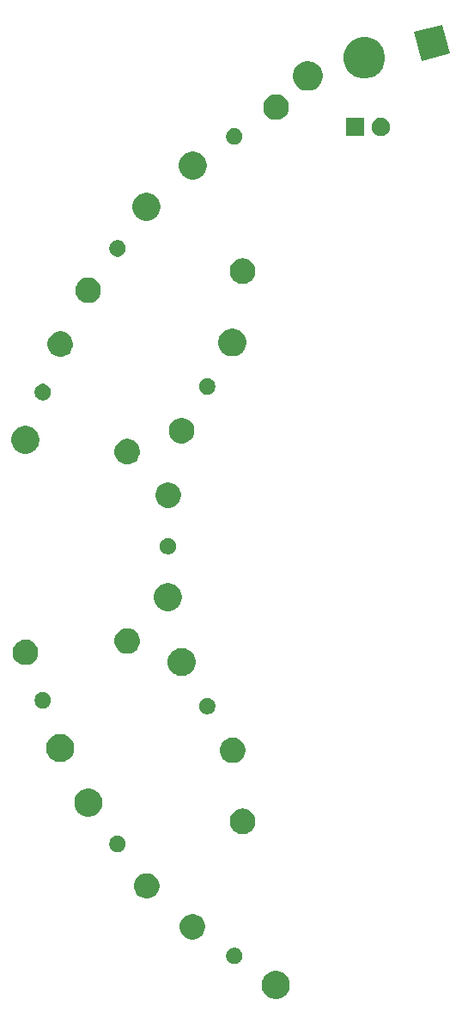
<source format=gbr>
G04 #@! TF.GenerationSoftware,KiCad,Pcbnew,(5.1.5)-3*
G04 #@! TF.CreationDate,2020-06-25T14:03:02-07:00*
G04 #@! TF.ProjectId,LCP_Battery,4c43505f-4261-4747-9465-72792e6b6963,rev?*
G04 #@! TF.SameCoordinates,Original*
G04 #@! TF.FileFunction,Soldermask,Bot*
G04 #@! TF.FilePolarity,Negative*
%FSLAX46Y46*%
G04 Gerber Fmt 4.6, Leading zero omitted, Abs format (unit mm)*
G04 Created by KiCad (PCBNEW (5.1.5)-3) date 2020-06-25 14:03:02*
%MOMM*%
%LPD*%
G04 APERTURE LIST*
%ADD10C,0.100000*%
G04 APERTURE END LIST*
D10*
G36*
X112152279Y-131095503D02*
G01*
X112403149Y-131199417D01*
X112403151Y-131199418D01*
X112628929Y-131350278D01*
X112820937Y-131542286D01*
X112971797Y-131768064D01*
X112971798Y-131768066D01*
X113075712Y-132018936D01*
X113128686Y-132285257D01*
X113128686Y-132556801D01*
X113075712Y-132823122D01*
X112971798Y-133073992D01*
X112971797Y-133073994D01*
X112820937Y-133299772D01*
X112628929Y-133491780D01*
X112403151Y-133642640D01*
X112403150Y-133642641D01*
X112403149Y-133642641D01*
X112152279Y-133746555D01*
X111885958Y-133799529D01*
X111614414Y-133799529D01*
X111348093Y-133746555D01*
X111097223Y-133642641D01*
X111097222Y-133642641D01*
X111097221Y-133642640D01*
X110871443Y-133491780D01*
X110679435Y-133299772D01*
X110528575Y-133073994D01*
X110528574Y-133073992D01*
X110424660Y-132823122D01*
X110371686Y-132556801D01*
X110371686Y-132285257D01*
X110424660Y-132018936D01*
X110528574Y-131768066D01*
X110528575Y-131768064D01*
X110679435Y-131542286D01*
X110871443Y-131350278D01*
X111097221Y-131199418D01*
X111097223Y-131199417D01*
X111348093Y-131095503D01*
X111614414Y-131042529D01*
X111885958Y-131042529D01*
X112152279Y-131095503D01*
G37*
G36*
X107891568Y-128771389D02*
G01*
X108039527Y-128832676D01*
X108172681Y-128921646D01*
X108285927Y-129034892D01*
X108374897Y-129168046D01*
X108436184Y-129316005D01*
X108467426Y-129473072D01*
X108467426Y-129633222D01*
X108436184Y-129790289D01*
X108374897Y-129938248D01*
X108285927Y-130071402D01*
X108172681Y-130184648D01*
X108039527Y-130273618D01*
X107891568Y-130334905D01*
X107734501Y-130366147D01*
X107574351Y-130366147D01*
X107417284Y-130334905D01*
X107269325Y-130273618D01*
X107136171Y-130184648D01*
X107022925Y-130071402D01*
X106933955Y-129938248D01*
X106872668Y-129790289D01*
X106841426Y-129633222D01*
X106841426Y-129473072D01*
X106872668Y-129316005D01*
X106933955Y-129168046D01*
X107022925Y-129034892D01*
X107136171Y-128921646D01*
X107269325Y-128832676D01*
X107417284Y-128771389D01*
X107574351Y-128740147D01*
X107734501Y-128740147D01*
X107891568Y-128771389D01*
G37*
G36*
X103898994Y-125465133D02*
G01*
X104126662Y-125559436D01*
X104331557Y-125696343D01*
X104505806Y-125870592D01*
X104642713Y-126075487D01*
X104737016Y-126303155D01*
X104785091Y-126544845D01*
X104785091Y-126791271D01*
X104737016Y-127032961D01*
X104642713Y-127260629D01*
X104505806Y-127465524D01*
X104331557Y-127639773D01*
X104126662Y-127776680D01*
X104126661Y-127776681D01*
X104126660Y-127776681D01*
X103898994Y-127870983D01*
X103657305Y-127919058D01*
X103410877Y-127919058D01*
X103169188Y-127870983D01*
X102941522Y-127776681D01*
X102941521Y-127776681D01*
X102941520Y-127776680D01*
X102736625Y-127639773D01*
X102562376Y-127465524D01*
X102425469Y-127260629D01*
X102331166Y-127032961D01*
X102283091Y-126791271D01*
X102283091Y-126544845D01*
X102331166Y-126303155D01*
X102425469Y-126075487D01*
X102562376Y-125870592D01*
X102736625Y-125696343D01*
X102941520Y-125559436D01*
X103169188Y-125465133D01*
X103410877Y-125417058D01*
X103657305Y-125417058D01*
X103898994Y-125465133D01*
G37*
G36*
X99388992Y-121441430D02*
G01*
X99616660Y-121535733D01*
X99821555Y-121672640D01*
X99995804Y-121846889D01*
X100132711Y-122051784D01*
X100227014Y-122279452D01*
X100275089Y-122521142D01*
X100275089Y-122767568D01*
X100227014Y-123009258D01*
X100132711Y-123236926D01*
X99995804Y-123441821D01*
X99821555Y-123616070D01*
X99616660Y-123752977D01*
X99616659Y-123752978D01*
X99616658Y-123752978D01*
X99388992Y-123847280D01*
X99147303Y-123895355D01*
X98900875Y-123895355D01*
X98659186Y-123847280D01*
X98431520Y-123752978D01*
X98431519Y-123752978D01*
X98431518Y-123752977D01*
X98226623Y-123616070D01*
X98052374Y-123441821D01*
X97915467Y-123236926D01*
X97821164Y-123009258D01*
X97773089Y-122767568D01*
X97773089Y-122521142D01*
X97821164Y-122279452D01*
X97915467Y-122051784D01*
X98052374Y-121846889D01*
X98226623Y-121672640D01*
X98431518Y-121535733D01*
X98659186Y-121441430D01*
X98900875Y-121393355D01*
X99147303Y-121393355D01*
X99388992Y-121441430D01*
G37*
G36*
X96376142Y-117742262D02*
G01*
X96524101Y-117803549D01*
X96657255Y-117892519D01*
X96770501Y-118005765D01*
X96859471Y-118138919D01*
X96920758Y-118286878D01*
X96952000Y-118443945D01*
X96952000Y-118604095D01*
X96920758Y-118761162D01*
X96859471Y-118909121D01*
X96770501Y-119042275D01*
X96657255Y-119155521D01*
X96524101Y-119244491D01*
X96376142Y-119305778D01*
X96219075Y-119337020D01*
X96058925Y-119337020D01*
X95901858Y-119305778D01*
X95753899Y-119244491D01*
X95620745Y-119155521D01*
X95507499Y-119042275D01*
X95418529Y-118909121D01*
X95357242Y-118761162D01*
X95326000Y-118604095D01*
X95326000Y-118443945D01*
X95357242Y-118286878D01*
X95418529Y-118138919D01*
X95507499Y-118005765D01*
X95620745Y-117892519D01*
X95753899Y-117803549D01*
X95901858Y-117742262D01*
X96058925Y-117711020D01*
X96219075Y-117711020D01*
X96376142Y-117742262D01*
G37*
G36*
X108721279Y-115058466D02*
G01*
X108842752Y-115082628D01*
X109071603Y-115177421D01*
X109277563Y-115315039D01*
X109452717Y-115490193D01*
X109590335Y-115696153D01*
X109685128Y-115925004D01*
X109733453Y-116167950D01*
X109733453Y-116415656D01*
X109685128Y-116658602D01*
X109590335Y-116887453D01*
X109452717Y-117093413D01*
X109277563Y-117268567D01*
X109071603Y-117406185D01*
X108842752Y-117500978D01*
X108721279Y-117525140D01*
X108599807Y-117549303D01*
X108352099Y-117549303D01*
X108230627Y-117525140D01*
X108109154Y-117500978D01*
X107880303Y-117406185D01*
X107674343Y-117268567D01*
X107499189Y-117093413D01*
X107361571Y-116887453D01*
X107266778Y-116658602D01*
X107218453Y-116415656D01*
X107218453Y-116167950D01*
X107266778Y-115925004D01*
X107361571Y-115696153D01*
X107499189Y-115490193D01*
X107674343Y-115315039D01*
X107880303Y-115177421D01*
X108109154Y-115082628D01*
X108230627Y-115058466D01*
X108352099Y-115034303D01*
X108599807Y-115034303D01*
X108721279Y-115058466D01*
G37*
G36*
X93673211Y-113102734D02*
G01*
X93924081Y-113206648D01*
X93924083Y-113206649D01*
X94149861Y-113357509D01*
X94341869Y-113549517D01*
X94492729Y-113775295D01*
X94492730Y-113775297D01*
X94596644Y-114026167D01*
X94649618Y-114292488D01*
X94649618Y-114564032D01*
X94596644Y-114830353D01*
X94512165Y-115034303D01*
X94492729Y-115081225D01*
X94341869Y-115307003D01*
X94149861Y-115499011D01*
X93924083Y-115649871D01*
X93924082Y-115649872D01*
X93924081Y-115649872D01*
X93673211Y-115753786D01*
X93406890Y-115806760D01*
X93135346Y-115806760D01*
X92869025Y-115753786D01*
X92618155Y-115649872D01*
X92618154Y-115649872D01*
X92618153Y-115649871D01*
X92392375Y-115499011D01*
X92200367Y-115307003D01*
X92049507Y-115081225D01*
X92030071Y-115034303D01*
X91945592Y-114830353D01*
X91892618Y-114564032D01*
X91892618Y-114292488D01*
X91945592Y-114026167D01*
X92049506Y-113775297D01*
X92049507Y-113775295D01*
X92200367Y-113549517D01*
X92392375Y-113357509D01*
X92618153Y-113206649D01*
X92618155Y-113206648D01*
X92869025Y-113102734D01*
X93135346Y-113049760D01*
X93406890Y-113049760D01*
X93673211Y-113102734D01*
G37*
G36*
X107860540Y-108095523D02*
G01*
X108088208Y-108189826D01*
X108293103Y-108326733D01*
X108467352Y-108500982D01*
X108604259Y-108705877D01*
X108698562Y-108933545D01*
X108746637Y-109175235D01*
X108746637Y-109421661D01*
X108698562Y-109663351D01*
X108604259Y-109891019D01*
X108467352Y-110095914D01*
X108293103Y-110270163D01*
X108088208Y-110407070D01*
X108088207Y-110407071D01*
X108088206Y-110407071D01*
X107860540Y-110501373D01*
X107618851Y-110549448D01*
X107372423Y-110549448D01*
X107130734Y-110501373D01*
X106903068Y-110407071D01*
X106903067Y-110407071D01*
X106903066Y-110407070D01*
X106698171Y-110270163D01*
X106523922Y-110095914D01*
X106387015Y-109891019D01*
X106292712Y-109663351D01*
X106244637Y-109421661D01*
X106244637Y-109175235D01*
X106292712Y-108933545D01*
X106387015Y-108705877D01*
X106523922Y-108500982D01*
X106698171Y-108326733D01*
X106903066Y-108189826D01*
X107130734Y-108095523D01*
X107372423Y-108047448D01*
X107618851Y-108047448D01*
X107860540Y-108095523D01*
G37*
G36*
X90896653Y-107749258D02*
G01*
X91147523Y-107853172D01*
X91147525Y-107853173D01*
X91373303Y-108004033D01*
X91565311Y-108196041D01*
X91716171Y-108421819D01*
X91716172Y-108421821D01*
X91820086Y-108672691D01*
X91873060Y-108939012D01*
X91873060Y-109210556D01*
X91820086Y-109476877D01*
X91716172Y-109727747D01*
X91716171Y-109727749D01*
X91565311Y-109953527D01*
X91373303Y-110145535D01*
X91147525Y-110296395D01*
X91147524Y-110296396D01*
X91147523Y-110296396D01*
X90896653Y-110400310D01*
X90630332Y-110453284D01*
X90358788Y-110453284D01*
X90092467Y-110400310D01*
X89841597Y-110296396D01*
X89841596Y-110296396D01*
X89841595Y-110296395D01*
X89615817Y-110145535D01*
X89423809Y-109953527D01*
X89272949Y-109727749D01*
X89272948Y-109727747D01*
X89169034Y-109476877D01*
X89116060Y-109210556D01*
X89116060Y-108939012D01*
X89169034Y-108672691D01*
X89272948Y-108421821D01*
X89272949Y-108421819D01*
X89423809Y-108196041D01*
X89615817Y-108004033D01*
X89841595Y-107853173D01*
X89841597Y-107853172D01*
X90092467Y-107749258D01*
X90358788Y-107696284D01*
X90630332Y-107696284D01*
X90896653Y-107749258D01*
G37*
G36*
X105217779Y-104160582D02*
G01*
X105365738Y-104221869D01*
X105498892Y-104310839D01*
X105612138Y-104424085D01*
X105701108Y-104557239D01*
X105762395Y-104705198D01*
X105793637Y-104862265D01*
X105793637Y-105022415D01*
X105762395Y-105179482D01*
X105701108Y-105327441D01*
X105612138Y-105460595D01*
X105498892Y-105573841D01*
X105365738Y-105662811D01*
X105217779Y-105724098D01*
X105060712Y-105755340D01*
X104900562Y-105755340D01*
X104743495Y-105724098D01*
X104595536Y-105662811D01*
X104462382Y-105573841D01*
X104349136Y-105460595D01*
X104260166Y-105327441D01*
X104198879Y-105179482D01*
X104167637Y-105022415D01*
X104167637Y-104862265D01*
X104198879Y-104705198D01*
X104260166Y-104557239D01*
X104349136Y-104424085D01*
X104462382Y-104310839D01*
X104595536Y-104221869D01*
X104743495Y-104160582D01*
X104900562Y-104129340D01*
X105060712Y-104129340D01*
X105217779Y-104160582D01*
G37*
G36*
X89021601Y-103594563D02*
G01*
X89169560Y-103655850D01*
X89302714Y-103744820D01*
X89415960Y-103858066D01*
X89504930Y-103991220D01*
X89566217Y-104139179D01*
X89597459Y-104296246D01*
X89597459Y-104456396D01*
X89566217Y-104613463D01*
X89504930Y-104761422D01*
X89415960Y-104894576D01*
X89302714Y-105007822D01*
X89169560Y-105096792D01*
X89021601Y-105158079D01*
X88864534Y-105189321D01*
X88704384Y-105189321D01*
X88547317Y-105158079D01*
X88399358Y-105096792D01*
X88266204Y-105007822D01*
X88152958Y-104894576D01*
X88063988Y-104761422D01*
X88002701Y-104613463D01*
X87971459Y-104456396D01*
X87971459Y-104296246D01*
X88002701Y-104139179D01*
X88063988Y-103991220D01*
X88152958Y-103858066D01*
X88266204Y-103744820D01*
X88399358Y-103655850D01*
X88547317Y-103594563D01*
X88704384Y-103563321D01*
X88864534Y-103563321D01*
X89021601Y-103594563D01*
G37*
G36*
X102882730Y-99286687D02*
G01*
X103133600Y-99390601D01*
X103133602Y-99390602D01*
X103359380Y-99541462D01*
X103551388Y-99733470D01*
X103585877Y-99785087D01*
X103702249Y-99959250D01*
X103806163Y-100210120D01*
X103859137Y-100476441D01*
X103859137Y-100747985D01*
X103806163Y-101014306D01*
X103702249Y-101265176D01*
X103702248Y-101265178D01*
X103551388Y-101490956D01*
X103359380Y-101682964D01*
X103133602Y-101833824D01*
X103133601Y-101833825D01*
X103133600Y-101833825D01*
X102882730Y-101937739D01*
X102616409Y-101990713D01*
X102344865Y-101990713D01*
X102078544Y-101937739D01*
X101827674Y-101833825D01*
X101827673Y-101833825D01*
X101827672Y-101833824D01*
X101601894Y-101682964D01*
X101409886Y-101490956D01*
X101259026Y-101265178D01*
X101259025Y-101265176D01*
X101155111Y-101014306D01*
X101102137Y-100747985D01*
X101102137Y-100476441D01*
X101155111Y-100210120D01*
X101259025Y-99959250D01*
X101375397Y-99785087D01*
X101409886Y-99733470D01*
X101601894Y-99541462D01*
X101827672Y-99390602D01*
X101827674Y-99390601D01*
X102078544Y-99286687D01*
X102344865Y-99233713D01*
X102616409Y-99233713D01*
X102882730Y-99286687D01*
G37*
G36*
X87212780Y-98403733D02*
G01*
X87429001Y-98446742D01*
X87656669Y-98541045D01*
X87861564Y-98677952D01*
X88035813Y-98852201D01*
X88064000Y-98894386D01*
X88172721Y-99057098D01*
X88267023Y-99284764D01*
X88310702Y-99504351D01*
X88315098Y-99526454D01*
X88315098Y-99772880D01*
X88267023Y-100014570D01*
X88172720Y-100242238D01*
X88035813Y-100447133D01*
X87861564Y-100621382D01*
X87656669Y-100758289D01*
X87656668Y-100758290D01*
X87656667Y-100758290D01*
X87429001Y-100852592D01*
X87187312Y-100900667D01*
X86940884Y-100900667D01*
X86699195Y-100852592D01*
X86471529Y-100758290D01*
X86471528Y-100758290D01*
X86471527Y-100758289D01*
X86266632Y-100621382D01*
X86092383Y-100447133D01*
X85955476Y-100242238D01*
X85861173Y-100014570D01*
X85813098Y-99772880D01*
X85813098Y-99526454D01*
X85817495Y-99504351D01*
X85861173Y-99284764D01*
X85955475Y-99057098D01*
X86064196Y-98894386D01*
X86092383Y-98852201D01*
X86266632Y-98677952D01*
X86471527Y-98541045D01*
X86699195Y-98446742D01*
X86915416Y-98403733D01*
X86940884Y-98398667D01*
X87187312Y-98398667D01*
X87212780Y-98403733D01*
G37*
G36*
X97342164Y-97294249D02*
G01*
X97463637Y-97318412D01*
X97692488Y-97413205D01*
X97898448Y-97550823D01*
X98073602Y-97725977D01*
X98211220Y-97931937D01*
X98306013Y-98160788D01*
X98306013Y-98160789D01*
X98354338Y-98403733D01*
X98354338Y-98651441D01*
X98330175Y-98772913D01*
X98306013Y-98894386D01*
X98211220Y-99123237D01*
X98073602Y-99329197D01*
X97898448Y-99504351D01*
X97692488Y-99641969D01*
X97463637Y-99736762D01*
X97342164Y-99760925D01*
X97220692Y-99785087D01*
X96972984Y-99785087D01*
X96851512Y-99760925D01*
X96730039Y-99736762D01*
X96501188Y-99641969D01*
X96295228Y-99504351D01*
X96120074Y-99329197D01*
X95982456Y-99123237D01*
X95887663Y-98894386D01*
X95863501Y-98772913D01*
X95839338Y-98651441D01*
X95839338Y-98403733D01*
X95887663Y-98160789D01*
X95887663Y-98160788D01*
X95982456Y-97931937D01*
X96120074Y-97725977D01*
X96295228Y-97550823D01*
X96501188Y-97413205D01*
X96730039Y-97318412D01*
X96851512Y-97294249D01*
X96972984Y-97270087D01*
X97220692Y-97270087D01*
X97342164Y-97294249D01*
G37*
G36*
X101535279Y-92874080D02*
G01*
X101786149Y-92977994D01*
X101786151Y-92977995D01*
X102011929Y-93128855D01*
X102203937Y-93320863D01*
X102354797Y-93546641D01*
X102354798Y-93546643D01*
X102458712Y-93797513D01*
X102511686Y-94063834D01*
X102511686Y-94335378D01*
X102458712Y-94601699D01*
X102354798Y-94852569D01*
X102354797Y-94852571D01*
X102203937Y-95078349D01*
X102011929Y-95270357D01*
X101786151Y-95421217D01*
X101786150Y-95421218D01*
X101786149Y-95421218D01*
X101535279Y-95525132D01*
X101268958Y-95578106D01*
X100997414Y-95578106D01*
X100731093Y-95525132D01*
X100480223Y-95421218D01*
X100480222Y-95421218D01*
X100480221Y-95421217D01*
X100254443Y-95270357D01*
X100062435Y-95078349D01*
X99911575Y-94852571D01*
X99911574Y-94852569D01*
X99807660Y-94601699D01*
X99754686Y-94335378D01*
X99754686Y-94063834D01*
X99807660Y-93797513D01*
X99911574Y-93546643D01*
X99911575Y-93546641D01*
X100062435Y-93320863D01*
X100254443Y-93128855D01*
X100480221Y-92977995D01*
X100480223Y-92977994D01*
X100731093Y-92874080D01*
X100997414Y-92821106D01*
X101268958Y-92821106D01*
X101535279Y-92874080D01*
G37*
G36*
X101370328Y-88417848D02*
G01*
X101518287Y-88479135D01*
X101651441Y-88568105D01*
X101764687Y-88681351D01*
X101853657Y-88814505D01*
X101914944Y-88962464D01*
X101946186Y-89119531D01*
X101946186Y-89279681D01*
X101914944Y-89436748D01*
X101853657Y-89584707D01*
X101764687Y-89717861D01*
X101651441Y-89831107D01*
X101518287Y-89920077D01*
X101370328Y-89981364D01*
X101213261Y-90012606D01*
X101053111Y-90012606D01*
X100896044Y-89981364D01*
X100748085Y-89920077D01*
X100614931Y-89831107D01*
X100501685Y-89717861D01*
X100412715Y-89584707D01*
X100351428Y-89436748D01*
X100320186Y-89279681D01*
X100320186Y-89119531D01*
X100351428Y-88962464D01*
X100412715Y-88814505D01*
X100501685Y-88681351D01*
X100614931Y-88568105D01*
X100748085Y-88479135D01*
X100896044Y-88417848D01*
X101053111Y-88386606D01*
X101213261Y-88386606D01*
X101370328Y-88417848D01*
G37*
G36*
X101498089Y-82966681D02*
G01*
X101725757Y-83060984D01*
X101930652Y-83197891D01*
X102104901Y-83372140D01*
X102241808Y-83577035D01*
X102336111Y-83804703D01*
X102384186Y-84046393D01*
X102384186Y-84292819D01*
X102336111Y-84534509D01*
X102241808Y-84762177D01*
X102104901Y-84967072D01*
X101930652Y-85141321D01*
X101725757Y-85278228D01*
X101725756Y-85278229D01*
X101725755Y-85278229D01*
X101498089Y-85372531D01*
X101256400Y-85420606D01*
X101009972Y-85420606D01*
X100768283Y-85372531D01*
X100540617Y-85278229D01*
X100540616Y-85278229D01*
X100540615Y-85278228D01*
X100335720Y-85141321D01*
X100161471Y-84967072D01*
X100024564Y-84762177D01*
X99930261Y-84534509D01*
X99882186Y-84292819D01*
X99882186Y-84046393D01*
X99930261Y-83804703D01*
X100024564Y-83577035D01*
X100161471Y-83372140D01*
X100335720Y-83197891D01*
X100540615Y-83060984D01*
X100768283Y-82966681D01*
X101009972Y-82918606D01*
X101256400Y-82918606D01*
X101498089Y-82966681D01*
G37*
G36*
X97342164Y-78638287D02*
G01*
X97463637Y-78662450D01*
X97692488Y-78757243D01*
X97898448Y-78894861D01*
X98073602Y-79070015D01*
X98211220Y-79275975D01*
X98251955Y-79374319D01*
X98306013Y-79504827D01*
X98354338Y-79747771D01*
X98354338Y-79995479D01*
X98333576Y-80099854D01*
X98306013Y-80238424D01*
X98211220Y-80467275D01*
X98073602Y-80673235D01*
X97898448Y-80848389D01*
X97692488Y-80986007D01*
X97463637Y-81080800D01*
X97342164Y-81104962D01*
X97220692Y-81129125D01*
X96972984Y-81129125D01*
X96851512Y-81104962D01*
X96730039Y-81080800D01*
X96501188Y-80986007D01*
X96295228Y-80848389D01*
X96120074Y-80673235D01*
X95982456Y-80467275D01*
X95887663Y-80238424D01*
X95860100Y-80099854D01*
X95839338Y-79995479D01*
X95839338Y-79747771D01*
X95887663Y-79504827D01*
X95941721Y-79374319D01*
X95982456Y-79275975D01*
X96120074Y-79070015D01*
X96295228Y-78894861D01*
X96501188Y-78757243D01*
X96730039Y-78662450D01*
X96851512Y-78638287D01*
X96972984Y-78614125D01*
X97220692Y-78614125D01*
X97342164Y-78638287D01*
G37*
G36*
X87476451Y-77395828D02*
G01*
X87727321Y-77499742D01*
X87727323Y-77499743D01*
X87953101Y-77650603D01*
X88145109Y-77842611D01*
X88207638Y-77936193D01*
X88295970Y-78068391D01*
X88399884Y-78319261D01*
X88452858Y-78585582D01*
X88452858Y-78857126D01*
X88399884Y-79123447D01*
X88336704Y-79275977D01*
X88295969Y-79374319D01*
X88145109Y-79600097D01*
X87953101Y-79792105D01*
X87727323Y-79942965D01*
X87727322Y-79942966D01*
X87727321Y-79942966D01*
X87476451Y-80046880D01*
X87210130Y-80099854D01*
X86938586Y-80099854D01*
X86672265Y-80046880D01*
X86421395Y-79942966D01*
X86421394Y-79942966D01*
X86421393Y-79942965D01*
X86195615Y-79792105D01*
X86003607Y-79600097D01*
X85852747Y-79374319D01*
X85812012Y-79275977D01*
X85748832Y-79123447D01*
X85695858Y-78857126D01*
X85695858Y-78585582D01*
X85748832Y-78319261D01*
X85852746Y-78068391D01*
X85941078Y-77936193D01*
X86003607Y-77842611D01*
X86195615Y-77650603D01*
X86421393Y-77499743D01*
X86421395Y-77499742D01*
X86672265Y-77395828D01*
X86938586Y-77342854D01*
X87210130Y-77342854D01*
X87476451Y-77395828D01*
G37*
G36*
X102830540Y-76610055D02*
G01*
X103058208Y-76704358D01*
X103263103Y-76841265D01*
X103437352Y-77015514D01*
X103437353Y-77015516D01*
X103574260Y-77220411D01*
X103668562Y-77448077D01*
X103716637Y-77689766D01*
X103716637Y-77936194D01*
X103668562Y-78177883D01*
X103610002Y-78319261D01*
X103574259Y-78405551D01*
X103437352Y-78610446D01*
X103263103Y-78784695D01*
X103058208Y-78921602D01*
X103058207Y-78921603D01*
X103058206Y-78921603D01*
X102830540Y-79015905D01*
X102588851Y-79063980D01*
X102342423Y-79063980D01*
X102100734Y-79015905D01*
X101873068Y-78921603D01*
X101873067Y-78921603D01*
X101873066Y-78921602D01*
X101668171Y-78784695D01*
X101493922Y-78610446D01*
X101357015Y-78405551D01*
X101321273Y-78319261D01*
X101262712Y-78177883D01*
X101214637Y-77936194D01*
X101214637Y-77689766D01*
X101262712Y-77448077D01*
X101357014Y-77220411D01*
X101493921Y-77015516D01*
X101493922Y-77015514D01*
X101668171Y-76841265D01*
X101873066Y-76704358D01*
X102100734Y-76610055D01*
X102342423Y-76561980D01*
X102588851Y-76561980D01*
X102830540Y-76610055D01*
G37*
G36*
X89021601Y-73241133D02*
G01*
X89169560Y-73302420D01*
X89302714Y-73391390D01*
X89415960Y-73504636D01*
X89504930Y-73637790D01*
X89566217Y-73785749D01*
X89597459Y-73942816D01*
X89597459Y-74102966D01*
X89566217Y-74260033D01*
X89504930Y-74407992D01*
X89415960Y-74541146D01*
X89302714Y-74654392D01*
X89169560Y-74743362D01*
X89021601Y-74804649D01*
X88864534Y-74835891D01*
X88704384Y-74835891D01*
X88547317Y-74804649D01*
X88399358Y-74743362D01*
X88266204Y-74654392D01*
X88152958Y-74541146D01*
X88063988Y-74407992D01*
X88002701Y-74260033D01*
X87971459Y-74102966D01*
X87971459Y-73942816D01*
X88002701Y-73785749D01*
X88063988Y-73637790D01*
X88152958Y-73504636D01*
X88266204Y-73391390D01*
X88399358Y-73302420D01*
X88547317Y-73241133D01*
X88704384Y-73209891D01*
X88864534Y-73209891D01*
X89021601Y-73241133D01*
G37*
G36*
X105217779Y-72675114D02*
G01*
X105365738Y-72736401D01*
X105498892Y-72825371D01*
X105612138Y-72938617D01*
X105701108Y-73071771D01*
X105762395Y-73219730D01*
X105793637Y-73376797D01*
X105793637Y-73536947D01*
X105762395Y-73694014D01*
X105701108Y-73841973D01*
X105612138Y-73975127D01*
X105498892Y-74088373D01*
X105365738Y-74177343D01*
X105217779Y-74238630D01*
X105060712Y-74269872D01*
X104900562Y-74269872D01*
X104743495Y-74238630D01*
X104595536Y-74177343D01*
X104462382Y-74088373D01*
X104349136Y-73975127D01*
X104260166Y-73841973D01*
X104198879Y-73694014D01*
X104167637Y-73536947D01*
X104167637Y-73376797D01*
X104198879Y-73219730D01*
X104260166Y-73071771D01*
X104349136Y-72938617D01*
X104462382Y-72825371D01*
X104595536Y-72736401D01*
X104743495Y-72675114D01*
X104900562Y-72643872D01*
X105060712Y-72643872D01*
X105217779Y-72675114D01*
G37*
G36*
X90869723Y-68093312D02*
G01*
X91097391Y-68187615D01*
X91302286Y-68324522D01*
X91476535Y-68498771D01*
X91476536Y-68498773D01*
X91613443Y-68703668D01*
X91707745Y-68931334D01*
X91755820Y-69173023D01*
X91755820Y-69419451D01*
X91734061Y-69528839D01*
X91707745Y-69661140D01*
X91613442Y-69888808D01*
X91476535Y-70093703D01*
X91302286Y-70267952D01*
X91097391Y-70404859D01*
X91097390Y-70404860D01*
X91097389Y-70404860D01*
X90869723Y-70499162D01*
X90628034Y-70547237D01*
X90381606Y-70547237D01*
X90139917Y-70499162D01*
X89912251Y-70404860D01*
X89912250Y-70404860D01*
X89912249Y-70404859D01*
X89707354Y-70267952D01*
X89533105Y-70093703D01*
X89396198Y-69888808D01*
X89301895Y-69661140D01*
X89275579Y-69528839D01*
X89253820Y-69419451D01*
X89253820Y-69173023D01*
X89301895Y-68931334D01*
X89396197Y-68703668D01*
X89533104Y-68498773D01*
X89533105Y-68498771D01*
X89707354Y-68324522D01*
X89912249Y-68187615D01*
X90139917Y-68093312D01*
X90381606Y-68045237D01*
X90628034Y-68045237D01*
X90869723Y-68093312D01*
G37*
G36*
X107882730Y-67801219D02*
G01*
X108133600Y-67905133D01*
X108133602Y-67905134D01*
X108359380Y-68055994D01*
X108551388Y-68248002D01*
X108702248Y-68473780D01*
X108702249Y-68473782D01*
X108806163Y-68724652D01*
X108859137Y-68990973D01*
X108859137Y-69262517D01*
X108806163Y-69528838D01*
X108702249Y-69779708D01*
X108702248Y-69779710D01*
X108551388Y-70005488D01*
X108359380Y-70197496D01*
X108133602Y-70348356D01*
X108133601Y-70348357D01*
X108133600Y-70348357D01*
X107882730Y-70452271D01*
X107616409Y-70505245D01*
X107344865Y-70505245D01*
X107078544Y-70452271D01*
X106827674Y-70348357D01*
X106827673Y-70348357D01*
X106827672Y-70348356D01*
X106601894Y-70197496D01*
X106409886Y-70005488D01*
X106259026Y-69779710D01*
X106259025Y-69779708D01*
X106155111Y-69528838D01*
X106102137Y-69262517D01*
X106102137Y-68990973D01*
X106155111Y-68724652D01*
X106259025Y-68473782D01*
X106259026Y-68473780D01*
X106409886Y-68248002D01*
X106601894Y-68055994D01*
X106827672Y-67905134D01*
X106827674Y-67905133D01*
X107078544Y-67801219D01*
X107344865Y-67748245D01*
X107616409Y-67748245D01*
X107882730Y-67801219D01*
G37*
G36*
X93618814Y-62792602D02*
G01*
X93846482Y-62886905D01*
X94051377Y-63023812D01*
X94225626Y-63198061D01*
X94362533Y-63402956D01*
X94456836Y-63630624D01*
X94504911Y-63872314D01*
X94504911Y-64118740D01*
X94456836Y-64360430D01*
X94362533Y-64588098D01*
X94225626Y-64792993D01*
X94051377Y-64967242D01*
X93846482Y-65104149D01*
X93846481Y-65104150D01*
X93846480Y-65104150D01*
X93618814Y-65198452D01*
X93377125Y-65246527D01*
X93130697Y-65246527D01*
X92889008Y-65198452D01*
X92661342Y-65104150D01*
X92661341Y-65104150D01*
X92661340Y-65104149D01*
X92456445Y-64967242D01*
X92282196Y-64792993D01*
X92145289Y-64588098D01*
X92050986Y-64360430D01*
X92002911Y-64118740D01*
X92002911Y-63872314D01*
X92050986Y-63630624D01*
X92145289Y-63402956D01*
X92282196Y-63198061D01*
X92456445Y-63023812D01*
X92661340Y-62886905D01*
X92889008Y-62792602D01*
X93130697Y-62744527D01*
X93377125Y-62744527D01*
X93618814Y-62792602D01*
G37*
G36*
X108721279Y-60874072D02*
G01*
X108842752Y-60898234D01*
X109071603Y-60993027D01*
X109277563Y-61130645D01*
X109452717Y-61305799D01*
X109590335Y-61511759D01*
X109685128Y-61740610D01*
X109733453Y-61983556D01*
X109733453Y-62231262D01*
X109685128Y-62474208D01*
X109590335Y-62703059D01*
X109452717Y-62909019D01*
X109277563Y-63084173D01*
X109071603Y-63221791D01*
X108842752Y-63316584D01*
X108721279Y-63340747D01*
X108599807Y-63364909D01*
X108352099Y-63364909D01*
X108230627Y-63340747D01*
X108109154Y-63316584D01*
X107880303Y-63221791D01*
X107674343Y-63084173D01*
X107499189Y-62909019D01*
X107361571Y-62703059D01*
X107266778Y-62474208D01*
X107218453Y-62231262D01*
X107218453Y-61983556D01*
X107266778Y-61740610D01*
X107361571Y-61511759D01*
X107499189Y-61305799D01*
X107674343Y-61130645D01*
X107880303Y-60993027D01*
X108109154Y-60898234D01*
X108230627Y-60874072D01*
X108352099Y-60849909D01*
X108599807Y-60849909D01*
X108721279Y-60874072D01*
G37*
G36*
X96376142Y-59093434D02*
G01*
X96524101Y-59154721D01*
X96657255Y-59243691D01*
X96770501Y-59356937D01*
X96859471Y-59490091D01*
X96920758Y-59638050D01*
X96952000Y-59795117D01*
X96952000Y-59955267D01*
X96920758Y-60112334D01*
X96859471Y-60260293D01*
X96770501Y-60393447D01*
X96657255Y-60506693D01*
X96524101Y-60595663D01*
X96376142Y-60656950D01*
X96219075Y-60688192D01*
X96058925Y-60688192D01*
X95901858Y-60656950D01*
X95753899Y-60595663D01*
X95620745Y-60506693D01*
X95507499Y-60393447D01*
X95418529Y-60260293D01*
X95357242Y-60112334D01*
X95326000Y-59955267D01*
X95326000Y-59795117D01*
X95357242Y-59638050D01*
X95418529Y-59490091D01*
X95507499Y-59356937D01*
X95620745Y-59243691D01*
X95753899Y-59154721D01*
X95901858Y-59093434D01*
X96058925Y-59062192D01*
X96219075Y-59062192D01*
X96376142Y-59093434D01*
G37*
G36*
X99408975Y-54453906D02*
G01*
X99659845Y-54557820D01*
X99659847Y-54557821D01*
X99885625Y-54708681D01*
X100077633Y-54900689D01*
X100228493Y-55126467D01*
X100228494Y-55126469D01*
X100332408Y-55377339D01*
X100385382Y-55643660D01*
X100385382Y-55915204D01*
X100332408Y-56181525D01*
X100228494Y-56432395D01*
X100228493Y-56432397D01*
X100077633Y-56658175D01*
X99885625Y-56850183D01*
X99659847Y-57001043D01*
X99659846Y-57001044D01*
X99659845Y-57001044D01*
X99408975Y-57104958D01*
X99142654Y-57157932D01*
X98871110Y-57157932D01*
X98604789Y-57104958D01*
X98353919Y-57001044D01*
X98353918Y-57001044D01*
X98353917Y-57001043D01*
X98128139Y-56850183D01*
X97936131Y-56658175D01*
X97785271Y-56432397D01*
X97785270Y-56432395D01*
X97681356Y-56181525D01*
X97628382Y-55915204D01*
X97628382Y-55643660D01*
X97681356Y-55377339D01*
X97785270Y-55126469D01*
X97785271Y-55126467D01*
X97936131Y-54900689D01*
X98128139Y-54708681D01*
X98353917Y-54557821D01*
X98353919Y-54557820D01*
X98604789Y-54453906D01*
X98871110Y-54400932D01*
X99142654Y-54400932D01*
X99408975Y-54453906D01*
G37*
G36*
X103960759Y-50388421D02*
G01*
X104211629Y-50492335D01*
X104211631Y-50492336D01*
X104437409Y-50643196D01*
X104629417Y-50835204D01*
X104780277Y-51060982D01*
X104780278Y-51060984D01*
X104884192Y-51311854D01*
X104937166Y-51578175D01*
X104937166Y-51849719D01*
X104884192Y-52116040D01*
X104780278Y-52366910D01*
X104780277Y-52366912D01*
X104629417Y-52592690D01*
X104437409Y-52784698D01*
X104211631Y-52935558D01*
X104211630Y-52935559D01*
X104211629Y-52935559D01*
X103960759Y-53039473D01*
X103694438Y-53092447D01*
X103422894Y-53092447D01*
X103156573Y-53039473D01*
X102905703Y-52935559D01*
X102905702Y-52935559D01*
X102905701Y-52935558D01*
X102679923Y-52784698D01*
X102487915Y-52592690D01*
X102337055Y-52366912D01*
X102337054Y-52366910D01*
X102233140Y-52116040D01*
X102180166Y-51849719D01*
X102180166Y-51578175D01*
X102233140Y-51311854D01*
X102337054Y-51060984D01*
X102337055Y-51060982D01*
X102487915Y-50835204D01*
X102679923Y-50643196D01*
X102905701Y-50492336D01*
X102905703Y-50492335D01*
X103156573Y-50388421D01*
X103422894Y-50335447D01*
X103694438Y-50335447D01*
X103960759Y-50388421D01*
G37*
G36*
X107891568Y-48064307D02*
G01*
X108039527Y-48125594D01*
X108172681Y-48214564D01*
X108285927Y-48327810D01*
X108374897Y-48460964D01*
X108436184Y-48608923D01*
X108467426Y-48765990D01*
X108467426Y-48926140D01*
X108436184Y-49083207D01*
X108374897Y-49231166D01*
X108285927Y-49364320D01*
X108172681Y-49477566D01*
X108039527Y-49566536D01*
X107891568Y-49627823D01*
X107734501Y-49659065D01*
X107574351Y-49659065D01*
X107417284Y-49627823D01*
X107269325Y-49566536D01*
X107136171Y-49477566D01*
X107022925Y-49364320D01*
X106933955Y-49231166D01*
X106872668Y-49083207D01*
X106841426Y-48926140D01*
X106841426Y-48765990D01*
X106872668Y-48608923D01*
X106933955Y-48460964D01*
X107022925Y-48327810D01*
X107136171Y-48214564D01*
X107269325Y-48125594D01*
X107417284Y-48064307D01*
X107574351Y-48033065D01*
X107734501Y-48033065D01*
X107891568Y-48064307D01*
G37*
G36*
X122218932Y-47015947D02*
G01*
X122368232Y-47045644D01*
X122532204Y-47113564D01*
X122679774Y-47212167D01*
X122805273Y-47337666D01*
X122903876Y-47485236D01*
X122971796Y-47649208D01*
X123006420Y-47823279D01*
X123006420Y-48000761D01*
X122971796Y-48174832D01*
X122903876Y-48338804D01*
X122805273Y-48486374D01*
X122679774Y-48611873D01*
X122532204Y-48710476D01*
X122368232Y-48778396D01*
X122218932Y-48808093D01*
X122194162Y-48813020D01*
X122016678Y-48813020D01*
X121991908Y-48808093D01*
X121842608Y-48778396D01*
X121678636Y-48710476D01*
X121531066Y-48611873D01*
X121405567Y-48486374D01*
X121306964Y-48338804D01*
X121239044Y-48174832D01*
X121204420Y-48000761D01*
X121204420Y-47823279D01*
X121239044Y-47649208D01*
X121306964Y-47485236D01*
X121405567Y-47337666D01*
X121531066Y-47212167D01*
X121678636Y-47113564D01*
X121842608Y-47045644D01*
X121991908Y-47015947D01*
X122016678Y-47011020D01*
X122194162Y-47011020D01*
X122218932Y-47015947D01*
G37*
G36*
X120466420Y-48813020D02*
G01*
X118664420Y-48813020D01*
X118664420Y-47011020D01*
X120466420Y-47011020D01*
X120466420Y-48813020D01*
G37*
G36*
X112139664Y-44758051D02*
G01*
X112367332Y-44852354D01*
X112572227Y-44989261D01*
X112746476Y-45163510D01*
X112883383Y-45368405D01*
X112977686Y-45596073D01*
X113025761Y-45837763D01*
X113025761Y-46084189D01*
X112977686Y-46325879D01*
X112883383Y-46553547D01*
X112746476Y-46758442D01*
X112572227Y-46932691D01*
X112367332Y-47069598D01*
X112367331Y-47069599D01*
X112367330Y-47069599D01*
X112139664Y-47163901D01*
X111897975Y-47211976D01*
X111651547Y-47211976D01*
X111409858Y-47163901D01*
X111182192Y-47069599D01*
X111182191Y-47069599D01*
X111182190Y-47069598D01*
X110977295Y-46932691D01*
X110803046Y-46758442D01*
X110666139Y-46553547D01*
X110571836Y-46325879D01*
X110523761Y-46084189D01*
X110523761Y-45837763D01*
X110571836Y-45596073D01*
X110666139Y-45368405D01*
X110803046Y-45163510D01*
X110977295Y-44989261D01*
X111182190Y-44852354D01*
X111409858Y-44758051D01*
X111651547Y-44709976D01*
X111897975Y-44709976D01*
X112139664Y-44758051D01*
G37*
G36*
X115331243Y-41497982D02*
G01*
X115595307Y-41607361D01*
X115832960Y-41766156D01*
X116035068Y-41968264D01*
X116193863Y-42205917D01*
X116303242Y-42469981D01*
X116359002Y-42750310D01*
X116359002Y-43036134D01*
X116303242Y-43316463D01*
X116193863Y-43580527D01*
X116035068Y-43818180D01*
X115832960Y-44020288D01*
X115595307Y-44179083D01*
X115331243Y-44288462D01*
X115050914Y-44344222D01*
X114765090Y-44344222D01*
X114484761Y-44288462D01*
X114220697Y-44179083D01*
X113983044Y-44020288D01*
X113780936Y-43818180D01*
X113622141Y-43580527D01*
X113512762Y-43316463D01*
X113457002Y-43036134D01*
X113457002Y-42750310D01*
X113512762Y-42469981D01*
X113622141Y-42205917D01*
X113780936Y-41968264D01*
X113983044Y-41766156D01*
X114220697Y-41607361D01*
X114484761Y-41497982D01*
X114765090Y-41442222D01*
X115050914Y-41442222D01*
X115331243Y-41497982D01*
G37*
G36*
X121070454Y-39127558D02*
G01*
X121443711Y-39282166D01*
X121443713Y-39282167D01*
X121779636Y-39506624D01*
X122065316Y-39792304D01*
X122289774Y-40128229D01*
X122444382Y-40501486D01*
X122523200Y-40897733D01*
X122523200Y-41301747D01*
X122444382Y-41697994D01*
X122289774Y-42071251D01*
X122289773Y-42071253D01*
X122065316Y-42407176D01*
X121779636Y-42692856D01*
X121443713Y-42917313D01*
X121443712Y-42917314D01*
X121443711Y-42917314D01*
X121070454Y-43071922D01*
X120674207Y-43150740D01*
X120270193Y-43150740D01*
X119873946Y-43071922D01*
X119500689Y-42917314D01*
X119500688Y-42917314D01*
X119500687Y-42917313D01*
X119164764Y-42692856D01*
X118879084Y-42407176D01*
X118654627Y-42071253D01*
X118654626Y-42071251D01*
X118500018Y-41697994D01*
X118421200Y-41301747D01*
X118421200Y-40897733D01*
X118500018Y-40501486D01*
X118654626Y-40128229D01*
X118879084Y-39792304D01*
X119164764Y-39506624D01*
X119500687Y-39282167D01*
X119500689Y-39282166D01*
X119873946Y-39127558D01*
X120270193Y-39048740D01*
X120674207Y-39048740D01*
X121070454Y-39127558D01*
G37*
G36*
X128952365Y-40632232D02*
G01*
X126149248Y-41383325D01*
X125398155Y-38580208D01*
X128201272Y-37829115D01*
X128952365Y-40632232D01*
G37*
M02*

</source>
